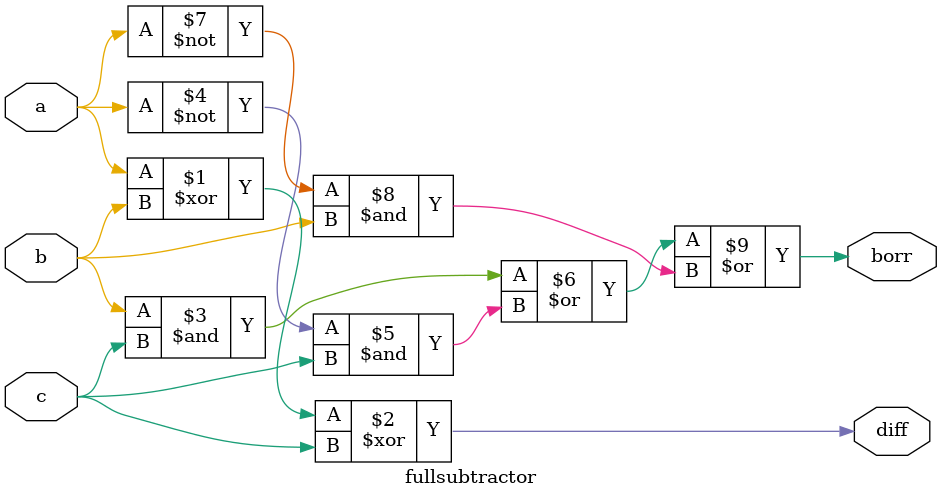
<source format=v>
module fullsubtractor(a,b,c,diff,borr);
	input a,b,c;
	output diff,borr;

	assign diff = a^b^c;
	assign borr = b & c | ~a & c | ~a & b;

endmodule

</source>
